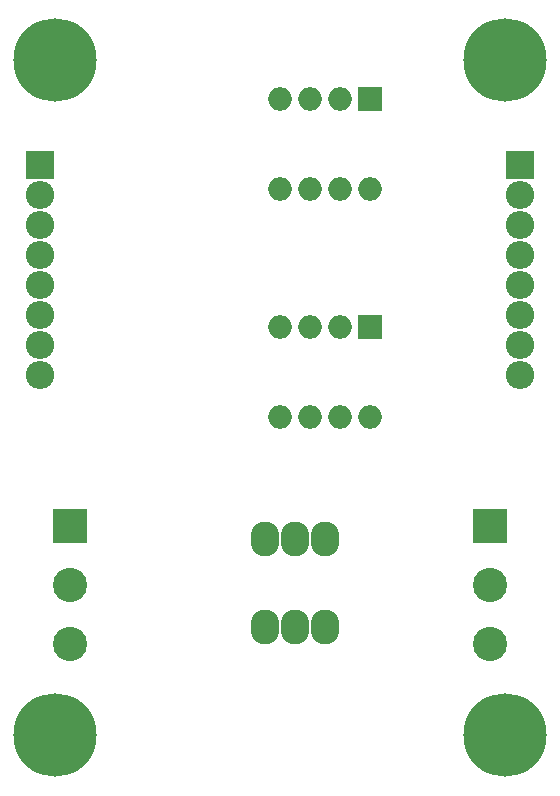
<source format=gbr>
G04 #@! TF.FileFunction,Soldermask,Bot*
%FSLAX46Y46*%
G04 Gerber Fmt 4.6, Leading zero omitted, Abs format (unit mm)*
G04 Created by KiCad (PCBNEW 4.0.5-e0-6337~49~ubuntu15.04.1) date Tue Oct 24 21:00:28 2017*
%MOMM*%
%LPD*%
G01*
G04 APERTURE LIST*
%ADD10C,0.100000*%
%ADD11C,7.050000*%
%ADD12R,2.000000X2.000000*%
%ADD13O,2.000000X2.000000*%
%ADD14O,2.398980X2.398980*%
%ADD15R,2.398980X2.398980*%
%ADD16C,2.900000*%
%ADD17R,2.900000X2.900000*%
%ADD18O,2.432000X2.940000*%
G04 APERTURE END LIST*
D10*
D11*
X62230000Y-88900000D03*
X100330000Y-88900000D03*
X100330000Y-31750000D03*
D12*
X88900000Y-35052000D03*
D13*
X81280000Y-42672000D03*
X86360000Y-35052000D03*
X83820000Y-42672000D03*
X83820000Y-35052000D03*
X86360000Y-42672000D03*
X81280000Y-35052000D03*
X88900000Y-42672000D03*
D12*
X88900000Y-54356000D03*
D13*
X81280000Y-61976000D03*
X86360000Y-54356000D03*
X83820000Y-61976000D03*
X83820000Y-54356000D03*
X86360000Y-61976000D03*
X81280000Y-54356000D03*
X88900000Y-61976000D03*
D14*
X60960000Y-48260000D03*
D15*
X60960000Y-40640000D03*
D14*
X60960000Y-43180000D03*
X60960000Y-45720000D03*
X60960000Y-50800000D03*
X60960000Y-53340000D03*
X60960000Y-55880000D03*
X60960000Y-58420000D03*
X101600000Y-48260000D03*
D15*
X101600000Y-40640000D03*
D14*
X101600000Y-43180000D03*
X101600000Y-45720000D03*
X101600000Y-50800000D03*
X101600000Y-53340000D03*
X101600000Y-55880000D03*
X101600000Y-58420000D03*
D16*
X63500000Y-81200000D03*
D17*
X63500000Y-71200000D03*
D16*
X63500000Y-76200000D03*
X99060000Y-81200000D03*
D17*
X99060000Y-71200000D03*
D16*
X99060000Y-76200000D03*
D11*
X62230000Y-31750000D03*
D18*
X82550000Y-72263000D03*
X80010000Y-72263000D03*
X85090000Y-72263000D03*
X82550000Y-79756000D03*
X85090000Y-79756000D03*
X80010000Y-79756000D03*
M02*

</source>
